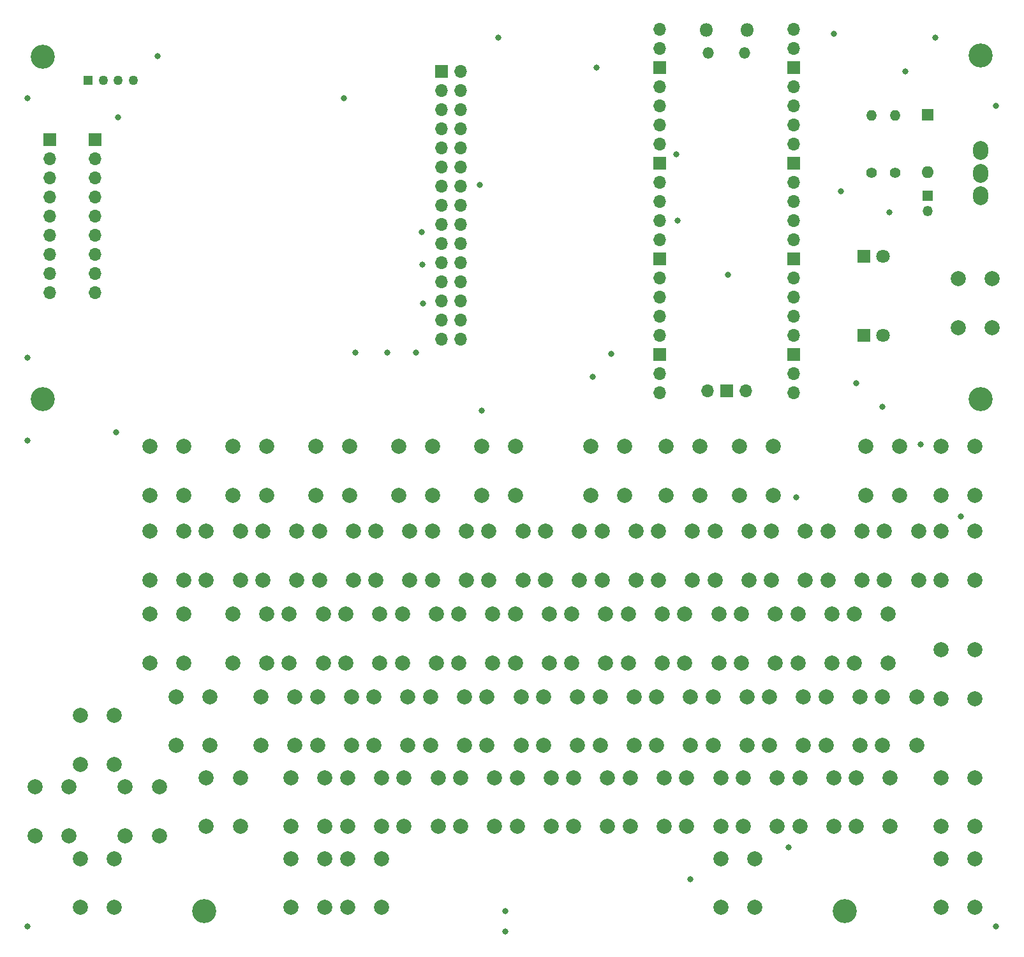
<source format=gbs>
G04 #@! TF.GenerationSoftware,KiCad,Pcbnew,7.0.10*
G04 #@! TF.CreationDate,2024-04-20T09:04:07+09:00*
G04 #@! TF.ProjectId,msx0_keyboard,6d737830-5f6b-4657-9962-6f6172642e6b,rev?*
G04 #@! TF.SameCoordinates,PX30291a0PY2faf080*
G04 #@! TF.FileFunction,Soldermask,Bot*
G04 #@! TF.FilePolarity,Negative*
%FSLAX46Y46*%
G04 Gerber Fmt 4.6, Leading zero omitted, Abs format (unit mm)*
G04 Created by KiCad (PCBNEW 7.0.10) date 2024-04-20 09:04:07*
%MOMM*%
%LPD*%
G01*
G04 APERTURE LIST*
%ADD10C,2.000000*%
%ADD11R,1.800000X1.800000*%
%ADD12C,1.800000*%
%ADD13C,1.400000*%
%ADD14O,1.400000X1.400000*%
%ADD15O,1.800000X1.800000*%
%ADD16O,1.500000X1.500000*%
%ADD17O,1.700000X1.700000*%
%ADD18R,1.700000X1.700000*%
%ADD19R,1.600000X1.600000*%
%ADD20O,1.600000X1.600000*%
%ADD21C,3.200000*%
%ADD22O,2.000000X2.500000*%
%ADD23R,1.270000X1.270000*%
%ADD24C,1.270000*%
%ADD25R,1.350000X1.350000*%
%ADD26O,1.350000X1.350000*%
%ADD27C,0.800000*%
G04 APERTURE END LIST*
D10*
X34000000Y-96500000D03*
X34000000Y-90000000D03*
X38500000Y-96500000D03*
X38500000Y-90000000D03*
X10000000Y-99000000D03*
X10000000Y-92500000D03*
X14500000Y-99000000D03*
X14500000Y-92500000D03*
X109000000Y-96500000D03*
X109000000Y-90000000D03*
X113500000Y-96500000D03*
X113500000Y-90000000D03*
D11*
X114000000Y-42000000D03*
D12*
X116540000Y-42000000D03*
D13*
X115006400Y-20408800D03*
D14*
X115006400Y-12788800D03*
D10*
X98000000Y-107250000D03*
X98000000Y-100750000D03*
X102500000Y-107250000D03*
X102500000Y-100750000D03*
X64250000Y-74500000D03*
X64250000Y-68000000D03*
X68750000Y-74500000D03*
X68750000Y-68000000D03*
D15*
X93050000Y-1500000D03*
D16*
X93350000Y-4530000D03*
X98200000Y-4530000D03*
D15*
X98500000Y-1500000D03*
D17*
X86885000Y-1370000D03*
X86885000Y-3910000D03*
D18*
X86885000Y-6450000D03*
D17*
X86885000Y-8990000D03*
X86885000Y-11530000D03*
X86885000Y-14070000D03*
X86885000Y-16610000D03*
D18*
X86885000Y-19150000D03*
D17*
X86885000Y-21690000D03*
X86885000Y-24230000D03*
X86885000Y-26770000D03*
X86885000Y-29310000D03*
D18*
X86885000Y-31850000D03*
D17*
X86885000Y-34390000D03*
X86885000Y-36930000D03*
X86885000Y-39470000D03*
X86885000Y-42010000D03*
D18*
X86885000Y-44550000D03*
D17*
X86885000Y-47090000D03*
X86885000Y-49630000D03*
X104665000Y-49630000D03*
X104665000Y-47090000D03*
D18*
X104665000Y-44550000D03*
D17*
X104665000Y-42010000D03*
X104665000Y-39470000D03*
X104665000Y-36930000D03*
X104665000Y-34390000D03*
D18*
X104665000Y-31850000D03*
D17*
X104665000Y-29310000D03*
X104665000Y-26770000D03*
X104665000Y-24230000D03*
X104665000Y-21690000D03*
D18*
X104665000Y-19150000D03*
D17*
X104665000Y-16610000D03*
X104665000Y-14070000D03*
X104665000Y-11530000D03*
X104665000Y-8990000D03*
D18*
X104665000Y-6450000D03*
D17*
X104665000Y-3910000D03*
X104665000Y-1370000D03*
X93235000Y-49400000D03*
D18*
X95775000Y-49400000D03*
D17*
X98315000Y-49400000D03*
D13*
X118156000Y-20459600D03*
D14*
X118156000Y-12839600D03*
D10*
X68000000Y-107250000D03*
X68000000Y-100750000D03*
X72500000Y-107250000D03*
X72500000Y-100750000D03*
X124250000Y-107250000D03*
X124250000Y-100750000D03*
X128750000Y-107250000D03*
X128750000Y-100750000D03*
X124250000Y-74500000D03*
X124250000Y-68000000D03*
X128750000Y-74500000D03*
X128750000Y-68000000D03*
X95000000Y-118000000D03*
X95000000Y-111500000D03*
X99500000Y-118000000D03*
X99500000Y-111500000D03*
X90250000Y-85500000D03*
X90250000Y-79000000D03*
X94750000Y-85500000D03*
X94750000Y-79000000D03*
D18*
X12000000Y-16000000D03*
D17*
X12000000Y-18540000D03*
X12000000Y-21080000D03*
X12000000Y-23620000D03*
X12000000Y-26160000D03*
X12000000Y-28700000D03*
X12000000Y-31240000D03*
X12000000Y-33780000D03*
X12000000Y-36320000D03*
D10*
X41500000Y-96500000D03*
X41500000Y-90000000D03*
X46000000Y-96500000D03*
X46000000Y-90000000D03*
X101500000Y-96500000D03*
X101500000Y-90000000D03*
X106000000Y-96500000D03*
X106000000Y-90000000D03*
X41750000Y-74500000D03*
X41750000Y-68000000D03*
X46250000Y-74500000D03*
X46250000Y-68000000D03*
X56500000Y-96500000D03*
X56500000Y-90000000D03*
X61000000Y-96500000D03*
X61000000Y-90000000D03*
X45250000Y-85500000D03*
X45250000Y-79000000D03*
X49750000Y-85500000D03*
X49750000Y-79000000D03*
X41250000Y-63250000D03*
X41250000Y-56750000D03*
X45750000Y-63250000D03*
X45750000Y-56750000D03*
X26750000Y-74500000D03*
X26750000Y-68000000D03*
X31250000Y-74500000D03*
X31250000Y-68000000D03*
D19*
X122500000Y-12690000D03*
D20*
X122500000Y-20310000D03*
D10*
X124250000Y-118000000D03*
X124250000Y-111500000D03*
X128750000Y-118000000D03*
X128750000Y-111500000D03*
X112750000Y-85500000D03*
X112750000Y-79000000D03*
X117250000Y-85500000D03*
X117250000Y-79000000D03*
X75250000Y-85500000D03*
X75250000Y-79000000D03*
X79750000Y-85500000D03*
X79750000Y-79000000D03*
X37750000Y-85500000D03*
X37750000Y-79000000D03*
X42250000Y-85500000D03*
X42250000Y-79000000D03*
X116500000Y-96500000D03*
X116500000Y-90000000D03*
X121000000Y-96500000D03*
X121000000Y-90000000D03*
D21*
X129500000Y-50500000D03*
D10*
X126500000Y-41000000D03*
X126500000Y-34500000D03*
X131000000Y-41000000D03*
X131000000Y-34500000D03*
X114250000Y-63250000D03*
X114250000Y-56750000D03*
X118750000Y-63250000D03*
X118750000Y-56750000D03*
D21*
X129500000Y-4880000D03*
D10*
X26750000Y-107250000D03*
X26750000Y-100750000D03*
X31250000Y-107250000D03*
X31250000Y-100750000D03*
X10000000Y-118000000D03*
X10000000Y-111500000D03*
X14500000Y-118000000D03*
X14500000Y-111500000D03*
X124250000Y-63250000D03*
X124250000Y-56750000D03*
X128750000Y-63250000D03*
X128750000Y-56750000D03*
X90500000Y-107250000D03*
X90500000Y-100750000D03*
X95000000Y-107250000D03*
X95000000Y-100750000D03*
X71750000Y-74500000D03*
X71750000Y-68000000D03*
X76250000Y-74500000D03*
X76250000Y-68000000D03*
X19250000Y-85500000D03*
X19250000Y-79000000D03*
X23750000Y-85500000D03*
X23750000Y-79000000D03*
X22750000Y-96500000D03*
X22750000Y-90000000D03*
X27250000Y-96500000D03*
X27250000Y-90000000D03*
X45500000Y-107250000D03*
X45500000Y-100750000D03*
X50000000Y-107250000D03*
X50000000Y-100750000D03*
X38000000Y-107250000D03*
X38000000Y-100750000D03*
X42500000Y-107250000D03*
X42500000Y-100750000D03*
D22*
X129500000Y-23500000D03*
X129500000Y-20500000D03*
X129500000Y-17500000D03*
D10*
X77750000Y-63250000D03*
X77750000Y-56750000D03*
X82250000Y-63250000D03*
X82250000Y-56750000D03*
X63250000Y-63250000D03*
X63250000Y-56750000D03*
X67750000Y-63250000D03*
X67750000Y-56750000D03*
X86750000Y-74500000D03*
X86750000Y-68000000D03*
X91250000Y-74500000D03*
X91250000Y-68000000D03*
D18*
X57960000Y-6940000D03*
D17*
X60500000Y-6940000D03*
X57960000Y-9480000D03*
X60500000Y-9480000D03*
X57960000Y-12020000D03*
X60500000Y-12020000D03*
X57960000Y-14560000D03*
X60500000Y-14560000D03*
X57960000Y-17100000D03*
X60500000Y-17100000D03*
X57960000Y-19640000D03*
X60500000Y-19640000D03*
X57960000Y-22180000D03*
X60500000Y-22180000D03*
X57960000Y-24720000D03*
X60500000Y-24720000D03*
X57960000Y-27260000D03*
X60500000Y-27260000D03*
X57960000Y-29800000D03*
X60500000Y-29800000D03*
X57960000Y-32340000D03*
X60500000Y-32340000D03*
X57960000Y-34880000D03*
X60500000Y-34880000D03*
X57960000Y-37420000D03*
X60500000Y-37420000D03*
X57960000Y-39960000D03*
X60500000Y-39960000D03*
X57960000Y-42500000D03*
X60500000Y-42500000D03*
D10*
X52250000Y-63250000D03*
X52250000Y-56750000D03*
X56750000Y-63250000D03*
X56750000Y-56750000D03*
X87750000Y-63250000D03*
X87750000Y-56750000D03*
X92250000Y-63250000D03*
X92250000Y-56750000D03*
X83000000Y-107250000D03*
X83000000Y-100750000D03*
X87500000Y-107250000D03*
X87500000Y-100750000D03*
X94000000Y-96500000D03*
X94000000Y-90000000D03*
X98500000Y-96500000D03*
X98500000Y-90000000D03*
X109250000Y-74500000D03*
X109250000Y-68000000D03*
X113750000Y-74500000D03*
X113750000Y-68000000D03*
X19250000Y-63250000D03*
X19250000Y-56750000D03*
X23750000Y-63250000D03*
X23750000Y-56750000D03*
D18*
X6000000Y-16000000D03*
D17*
X6000000Y-18540000D03*
X6000000Y-21080000D03*
X6000000Y-23620000D03*
X6000000Y-26160000D03*
X6000000Y-28700000D03*
X6000000Y-31240000D03*
X6000000Y-33780000D03*
X6000000Y-36320000D03*
D10*
X38000000Y-118000000D03*
X38000000Y-111500000D03*
X42500000Y-118000000D03*
X42500000Y-111500000D03*
X30250000Y-63250000D03*
X30250000Y-56750000D03*
X34750000Y-63250000D03*
X34750000Y-56750000D03*
X67750000Y-85500000D03*
X67750000Y-79000000D03*
X72250000Y-85500000D03*
X72250000Y-79000000D03*
X105250000Y-85500000D03*
X105250000Y-79000000D03*
X109750000Y-85500000D03*
X109750000Y-79000000D03*
D23*
X11069600Y-8115200D03*
D24*
X13071120Y-8115080D03*
X15067560Y-8115080D03*
X17069080Y-8115080D03*
D10*
X101750000Y-74500000D03*
X101750000Y-68000000D03*
X106250000Y-74500000D03*
X106250000Y-68000000D03*
D11*
X114000000Y-31500000D03*
D12*
X116540000Y-31500000D03*
D10*
X105500000Y-107250000D03*
X105500000Y-100750000D03*
X110000000Y-107250000D03*
X110000000Y-100750000D03*
X94250000Y-74500000D03*
X94250000Y-68000000D03*
X98750000Y-74500000D03*
X98750000Y-68000000D03*
X79000000Y-96500000D03*
X79000000Y-90000000D03*
X83500000Y-96500000D03*
X83500000Y-90000000D03*
X34250000Y-74500000D03*
X34250000Y-68000000D03*
X38750000Y-74500000D03*
X38750000Y-68000000D03*
X71500000Y-96500000D03*
X71500000Y-90000000D03*
X76000000Y-96500000D03*
X76000000Y-90000000D03*
D25*
X122500000Y-23500000D03*
D26*
X122500000Y-25500000D03*
D10*
X79250000Y-74500000D03*
X79250000Y-68000000D03*
X83750000Y-74500000D03*
X83750000Y-68000000D03*
X64000000Y-96500000D03*
X64000000Y-90000000D03*
X68500000Y-96500000D03*
X68500000Y-90000000D03*
X113000000Y-107250000D03*
X113000000Y-100750000D03*
X117500000Y-107250000D03*
X117500000Y-100750000D03*
D21*
X5000000Y-50500000D03*
D10*
X19250000Y-74500000D03*
X19250000Y-68000000D03*
X23750000Y-74500000D03*
X23750000Y-68000000D03*
X52750000Y-85500000D03*
X52750000Y-79000000D03*
X57250000Y-85500000D03*
X57250000Y-79000000D03*
X16000000Y-108500000D03*
X16000000Y-102000000D03*
X20500000Y-108500000D03*
X20500000Y-102000000D03*
X75500000Y-107250000D03*
X75500000Y-100750000D03*
X80000000Y-107250000D03*
X80000000Y-100750000D03*
D21*
X5000000Y-5000000D03*
X111500000Y-118500000D03*
D10*
X53000000Y-107250000D03*
X53000000Y-100750000D03*
X57500000Y-107250000D03*
X57500000Y-100750000D03*
X45500000Y-118000000D03*
X45500000Y-111500000D03*
X50000000Y-118000000D03*
X50000000Y-111500000D03*
D21*
X26500000Y-118500000D03*
D10*
X56750000Y-74500000D03*
X56750000Y-68000000D03*
X61250000Y-74500000D03*
X61250000Y-68000000D03*
X97750000Y-85500000D03*
X97750000Y-79000000D03*
X102250000Y-85500000D03*
X102250000Y-79000000D03*
X49250000Y-74500000D03*
X49250000Y-68000000D03*
X53750000Y-74500000D03*
X53750000Y-68000000D03*
X116750000Y-74500000D03*
X116750000Y-68000000D03*
X121250000Y-74500000D03*
X121250000Y-68000000D03*
X60500000Y-107250000D03*
X60500000Y-100750000D03*
X65000000Y-107250000D03*
X65000000Y-100750000D03*
X82750000Y-85500000D03*
X82750000Y-79000000D03*
X87250000Y-85500000D03*
X87250000Y-79000000D03*
X4000000Y-108500000D03*
X4000000Y-102000000D03*
X8500000Y-108500000D03*
X8500000Y-102000000D03*
X86500000Y-96500000D03*
X86500000Y-90000000D03*
X91000000Y-96500000D03*
X91000000Y-90000000D03*
X49000000Y-96500000D03*
X49000000Y-90000000D03*
X53500000Y-96500000D03*
X53500000Y-90000000D03*
X30250000Y-85500000D03*
X30250000Y-79000000D03*
X34750000Y-85500000D03*
X34750000Y-79000000D03*
X60250000Y-85500000D03*
X60250000Y-79000000D03*
X64750000Y-85500000D03*
X64750000Y-79000000D03*
X97500000Y-63250000D03*
X97500000Y-56750000D03*
X102000000Y-63250000D03*
X102000000Y-56750000D03*
X124250000Y-90250000D03*
X124250000Y-83750000D03*
X128750000Y-90250000D03*
X128750000Y-83750000D03*
D27*
X63000000Y-22000000D03*
X55468800Y-37782400D03*
X131500000Y-120500000D03*
X116500000Y-51500000D03*
X66441600Y-118452800D03*
X123500000Y-2500000D03*
X3000000Y-45000000D03*
X119500000Y-7000000D03*
X110000000Y-2000000D03*
X105000000Y-63500000D03*
X110993200Y-22898000D03*
X121500000Y-56500000D03*
X80500000Y-44500000D03*
X55418000Y-32651600D03*
X112974400Y-48348800D03*
X3000000Y-56000000D03*
X78000000Y-47500000D03*
X66441600Y-121145200D03*
X50744400Y-44335600D03*
X65500000Y-2500000D03*
X78500000Y-6500000D03*
X117381000Y-25709904D03*
X3000000Y-10500000D03*
X20264400Y-4965600D03*
X3000000Y-120500000D03*
X46528000Y-44284800D03*
X96000000Y-34000000D03*
X54554400Y-44335600D03*
X55367200Y-28282800D03*
X45000000Y-10500000D03*
X131500000Y-11500000D03*
X89090400Y-17993700D03*
X15067560Y-13042800D03*
X63250000Y-52029400D03*
X104000000Y-110000000D03*
X91000000Y-114274200D03*
X89253400Y-26770000D03*
X126855800Y-66078000D03*
X14778000Y-54851200D03*
M02*

</source>
